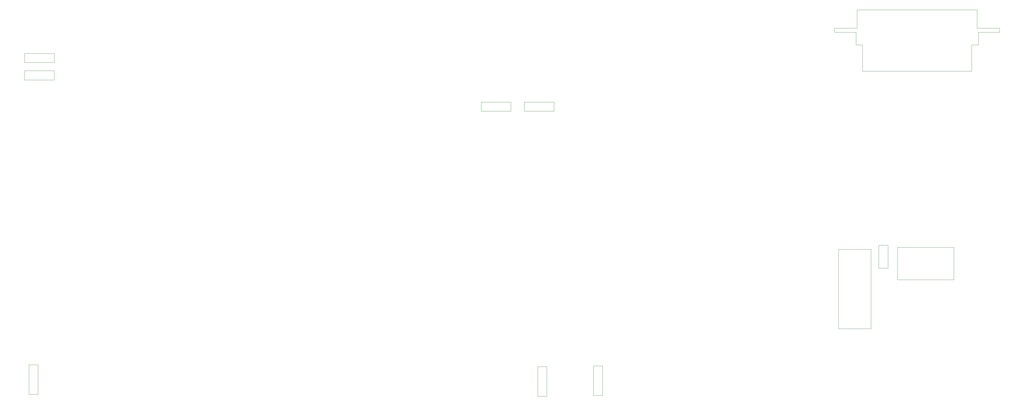
<source format=gbr>
G04 #@! TF.GenerationSoftware,KiCad,Pcbnew,7.0.1*
G04 #@! TF.CreationDate,2024-09-27T18:45:23-05:00*
G04 #@! TF.ProjectId,C128DKEYBOARD,43313238-444b-4455-9942-4f4152442e6b,3.3*
G04 #@! TF.SameCoordinates,Original*
G04 #@! TF.FileFunction,Other,User*
%FSLAX46Y46*%
G04 Gerber Fmt 4.6, Leading zero omitted, Abs format (unit mm)*
G04 Created by KiCad (PCBNEW 7.0.1) date 2024-09-27 18:45:23*
%MOMM*%
%LPD*%
G01*
G04 APERTURE LIST*
%ADD10C,0.050000*%
G04 APERTURE END LIST*
D10*
X343384000Y-122299300D02*
X343384000Y-123699300D01*
X343384000Y-123699300D02*
X350384000Y-123699300D01*
X350384000Y-123699300D02*
X350384000Y-127799300D01*
X350384000Y-127799300D02*
X352534000Y-127799300D01*
X350784000Y-116299300D02*
X350784000Y-122299300D01*
X350784000Y-122299300D02*
X343384000Y-122299300D01*
X352534000Y-127799300D02*
X352534000Y-136499300D01*
X352534000Y-136499300D02*
X388384000Y-136499300D01*
X388384000Y-127799300D02*
X390534000Y-127799300D01*
X388384000Y-136499300D02*
X388384000Y-127799300D01*
X390134000Y-116299300D02*
X350784000Y-116299300D01*
X390134000Y-122299300D02*
X390134000Y-116299300D01*
X390534000Y-123699300D02*
X397534000Y-123699300D01*
X390534000Y-127799300D02*
X390534000Y-123699300D01*
X397534000Y-122299300D02*
X390134000Y-122299300D01*
X397534000Y-123699300D02*
X397534000Y-122299300D01*
X237193000Y-149582000D02*
X227473000Y-149582000D01*
X237193000Y-146582000D02*
X237193000Y-149582000D01*
X227473000Y-149582000D02*
X227473000Y-146582000D01*
X227473000Y-146582000D02*
X237193000Y-146582000D01*
X382478000Y-194294000D02*
X382478000Y-204994000D01*
X364028000Y-194294000D02*
X382478000Y-194294000D01*
X382478000Y-204994000D02*
X364028000Y-204994000D01*
X364028000Y-204994000D02*
X364028000Y-194294000D01*
X264311000Y-242985000D02*
X264311000Y-233265000D01*
X267311000Y-242985000D02*
X264311000Y-242985000D01*
X264311000Y-233265000D02*
X267311000Y-233265000D01*
X267311000Y-233265000D02*
X267311000Y-242985000D01*
X355372000Y-221046000D02*
X344672000Y-221046000D01*
X355372000Y-194996000D02*
X355372000Y-221046000D01*
X344672000Y-221046000D02*
X344672000Y-194996000D01*
X344672000Y-194996000D02*
X355372000Y-194996000D01*
X79145000Y-242604000D02*
X79145000Y-232884000D01*
X82145000Y-242604000D02*
X79145000Y-242604000D01*
X79145000Y-232884000D02*
X82145000Y-232884000D01*
X82145000Y-232884000D02*
X82145000Y-242604000D01*
X77690000Y-130580000D02*
X87410000Y-130580000D01*
X77690000Y-133580000D02*
X77690000Y-130580000D01*
X87410000Y-130580000D02*
X87410000Y-133580000D01*
X87410000Y-133580000D02*
X77690000Y-133580000D01*
X357910000Y-201108000D02*
X357910000Y-193608000D01*
X360910000Y-201108000D02*
X357910000Y-201108000D01*
X357910000Y-193608000D02*
X360910000Y-193608000D01*
X360910000Y-193608000D02*
X360910000Y-201108000D01*
X87410000Y-139295000D02*
X77690000Y-139295000D01*
X87410000Y-136295000D02*
X87410000Y-139295000D01*
X77690000Y-139295000D02*
X77690000Y-136295000D01*
X77690000Y-136295000D02*
X87410000Y-136295000D01*
X246023000Y-243239000D02*
X246023000Y-233519000D01*
X249023000Y-243239000D02*
X246023000Y-243239000D01*
X246023000Y-233519000D02*
X249023000Y-233519000D01*
X249023000Y-233519000D02*
X249023000Y-243239000D01*
X251367000Y-149582000D02*
X241647000Y-149582000D01*
X251367000Y-146582000D02*
X251367000Y-149582000D01*
X241647000Y-149582000D02*
X241647000Y-146582000D01*
X241647000Y-146582000D02*
X251367000Y-146582000D01*
M02*

</source>
